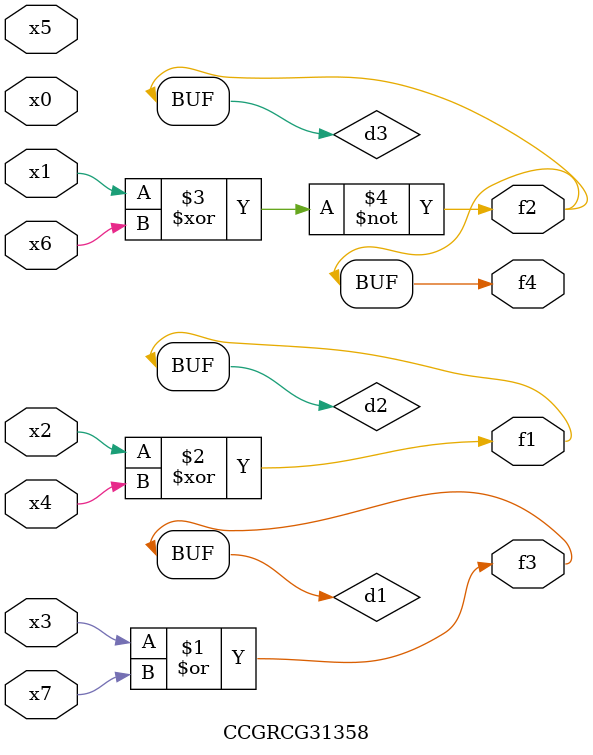
<source format=v>
module CCGRCG31358(
	input x0, x1, x2, x3, x4, x5, x6, x7,
	output f1, f2, f3, f4
);

	wire d1, d2, d3;

	or (d1, x3, x7);
	xor (d2, x2, x4);
	xnor (d3, x1, x6);
	assign f1 = d2;
	assign f2 = d3;
	assign f3 = d1;
	assign f4 = d3;
endmodule

</source>
